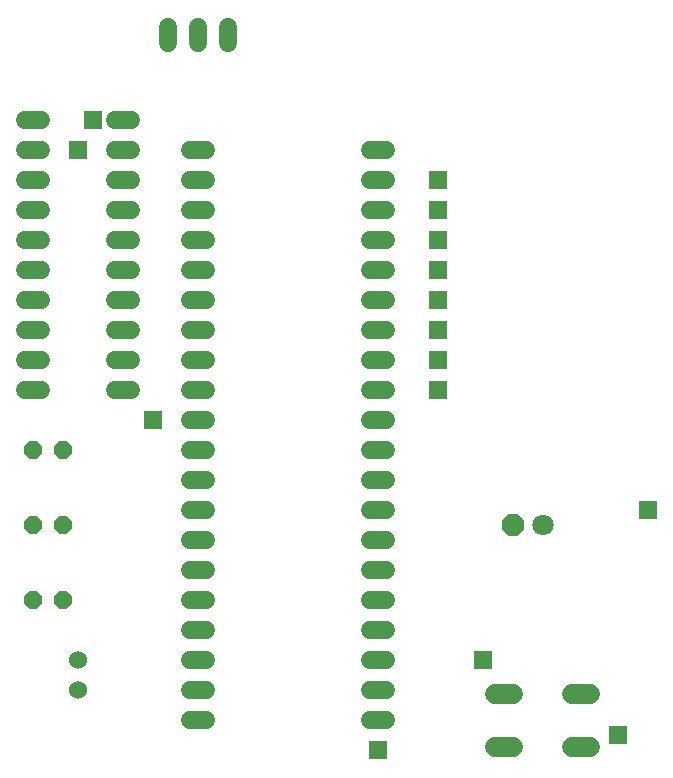
<source format=gbs>
G75*
%MOIN*%
%OFA0B0*%
%FSLAX25Y25*%
%IPPOS*%
%LPD*%
%AMOC8*
5,1,8,0,0,1.08239X$1,22.5*
%
%ADD10OC8,0.06000*%
%ADD11OC8,0.07100*%
%ADD12C,0.07100*%
%ADD13C,0.06000*%
%ADD14C,0.06000*%
%ADD15C,0.06800*%
%ADD16R,0.06115X0.06115*%
D10*
X0081000Y0081000D03*
X0091000Y0081000D03*
X0091000Y0106000D03*
X0081000Y0106000D03*
X0081000Y0131000D03*
X0091000Y0131000D03*
D11*
X0241000Y0106000D03*
D12*
X0251000Y0106000D03*
D13*
X0198600Y0101000D02*
X0193400Y0101000D01*
X0193400Y0091000D02*
X0198600Y0091000D01*
X0198600Y0081000D02*
X0193400Y0081000D01*
X0193400Y0071000D02*
X0198600Y0071000D01*
X0198600Y0061000D02*
X0193400Y0061000D01*
X0193400Y0051000D02*
X0198600Y0051000D01*
X0198600Y0041000D02*
X0193400Y0041000D01*
X0138600Y0041000D02*
X0133400Y0041000D01*
X0133400Y0051000D02*
X0138600Y0051000D01*
X0138600Y0061000D02*
X0133400Y0061000D01*
X0133400Y0071000D02*
X0138600Y0071000D01*
X0138600Y0081000D02*
X0133400Y0081000D01*
X0133400Y0091000D02*
X0138600Y0091000D01*
X0138600Y0101000D02*
X0133400Y0101000D01*
X0133400Y0111000D02*
X0138600Y0111000D01*
X0138600Y0121000D02*
X0133400Y0121000D01*
X0133400Y0131000D02*
X0138600Y0131000D01*
X0138600Y0141000D02*
X0133400Y0141000D01*
X0133400Y0151000D02*
X0138600Y0151000D01*
X0138600Y0161000D02*
X0133400Y0161000D01*
X0133400Y0171000D02*
X0138600Y0171000D01*
X0138600Y0181000D02*
X0133400Y0181000D01*
X0133400Y0191000D02*
X0138600Y0191000D01*
X0138600Y0201000D02*
X0133400Y0201000D01*
X0133400Y0211000D02*
X0138600Y0211000D01*
X0138600Y0221000D02*
X0133400Y0221000D01*
X0133400Y0231000D02*
X0138600Y0231000D01*
X0113600Y0231000D02*
X0108400Y0231000D01*
X0108400Y0221000D02*
X0113600Y0221000D01*
X0113600Y0211000D02*
X0108400Y0211000D01*
X0108400Y0201000D02*
X0113600Y0201000D01*
X0113600Y0191000D02*
X0108400Y0191000D01*
X0108400Y0181000D02*
X0113600Y0181000D01*
X0113600Y0171000D02*
X0108400Y0171000D01*
X0108400Y0161000D02*
X0113600Y0161000D01*
X0113600Y0151000D02*
X0108400Y0151000D01*
X0083600Y0151000D02*
X0078400Y0151000D01*
X0078400Y0161000D02*
X0083600Y0161000D01*
X0083600Y0171000D02*
X0078400Y0171000D01*
X0078400Y0181000D02*
X0083600Y0181000D01*
X0083600Y0191000D02*
X0078400Y0191000D01*
X0078400Y0201000D02*
X0083600Y0201000D01*
X0083600Y0211000D02*
X0078400Y0211000D01*
X0078400Y0221000D02*
X0083600Y0221000D01*
X0083600Y0231000D02*
X0078400Y0231000D01*
X0078400Y0241000D02*
X0083600Y0241000D01*
X0108400Y0241000D02*
X0113600Y0241000D01*
X0126000Y0266900D02*
X0126000Y0272100D01*
X0136000Y0272100D02*
X0136000Y0266900D01*
X0146000Y0266900D02*
X0146000Y0272100D01*
X0193400Y0231000D02*
X0198600Y0231000D01*
X0198600Y0221000D02*
X0193400Y0221000D01*
X0193400Y0211000D02*
X0198600Y0211000D01*
X0198600Y0201000D02*
X0193400Y0201000D01*
X0193400Y0191000D02*
X0198600Y0191000D01*
X0198600Y0181000D02*
X0193400Y0181000D01*
X0193400Y0171000D02*
X0198600Y0171000D01*
X0198600Y0161000D02*
X0193400Y0161000D01*
X0193400Y0151000D02*
X0198600Y0151000D01*
X0198600Y0141000D02*
X0193400Y0141000D01*
X0193400Y0131000D02*
X0198600Y0131000D01*
X0198600Y0121000D02*
X0193400Y0121000D01*
X0193400Y0111000D02*
X0198600Y0111000D01*
D14*
X0096000Y0051000D03*
X0096000Y0061000D03*
D15*
X0235200Y0049900D02*
X0241200Y0049900D01*
X0241200Y0032100D02*
X0235200Y0032100D01*
X0260800Y0032100D02*
X0266800Y0032100D01*
X0266800Y0049900D02*
X0260800Y0049900D01*
D16*
X0276000Y0036000D03*
X0231000Y0061000D03*
X0196000Y0031000D03*
X0286000Y0111000D03*
X0216000Y0151000D03*
X0216000Y0161000D03*
X0216000Y0171000D03*
X0216000Y0181000D03*
X0216000Y0191000D03*
X0216000Y0201000D03*
X0216000Y0211000D03*
X0216000Y0221000D03*
X0121000Y0141000D03*
X0096000Y0231000D03*
X0101000Y0241000D03*
M02*

</source>
